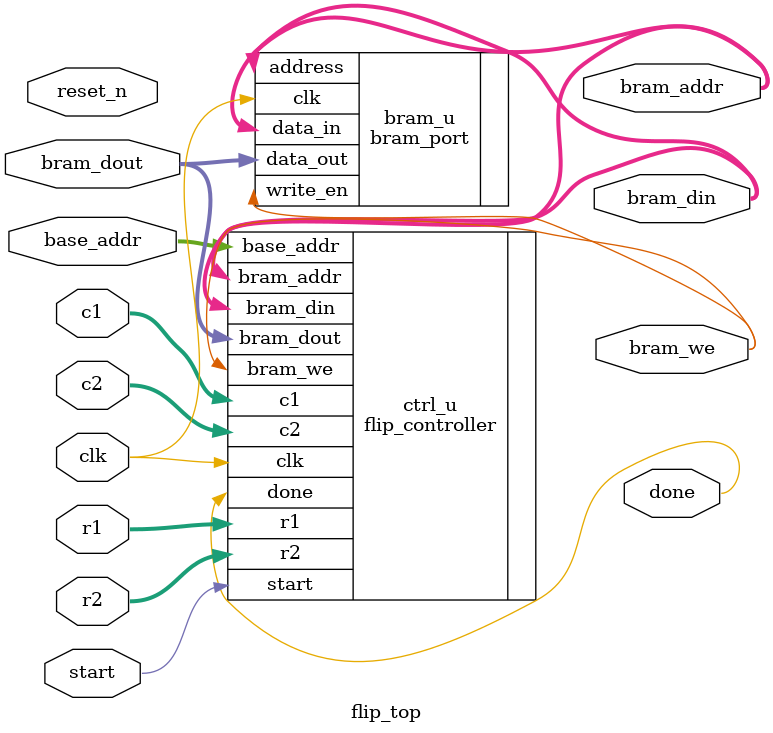
<source format=sv>
`timescale 1ns/1ps

module flip_top #(
  parameter ADDR_W     = 8,
  parameter DATA_WIDTH = 8,
  parameter ROWS       = 4,
  parameter COLS       = 4
)(
  input  logic                   clk,
  input  logic                   reset_n,
  input  logic                   start,
  input  logic [ADDR_W-1:0]      base_addr,
  input  logic [1:0]             r1, r2, c1, c2,
  output logic                   done,

  output logic                   bram_we,
  output logic [ADDR_W-1:0]      bram_addr,
  output logic [DATA_WIDTH-1:0]  bram_din,
  input  logic [DATA_WIDTH-1:0]  bram_dout
);

  // Instantiate BRAM port
  bram_port bram_u (
    .clk (clk),
    .write_en (bram_we),
    .address (bram_addr),
    .data_in (bram_din),
    .data_out (bram_dout)
  );

  // Instantiate the flip‐controller (which internally hooks the adapter + flip)
  flip_controller #(
    .ROWS       (ROWS),
    .COLS       (COLS),
    .DATA_WIDTH (DATA_WIDTH)
  ) ctrl_u (
    .clk       (clk),
    .start     (start),
    .base_addr (base_addr),
    .r1        (r1),
    .r2        (r2),
    .c1        (c1),
    .c2        (c2),
    .done      (done),
    .bram_we   (bram_we),
    .bram_addr (bram_addr),
    .bram_din  (bram_din),
    .bram_dout (bram_dout)
  );

endmodule

</source>
